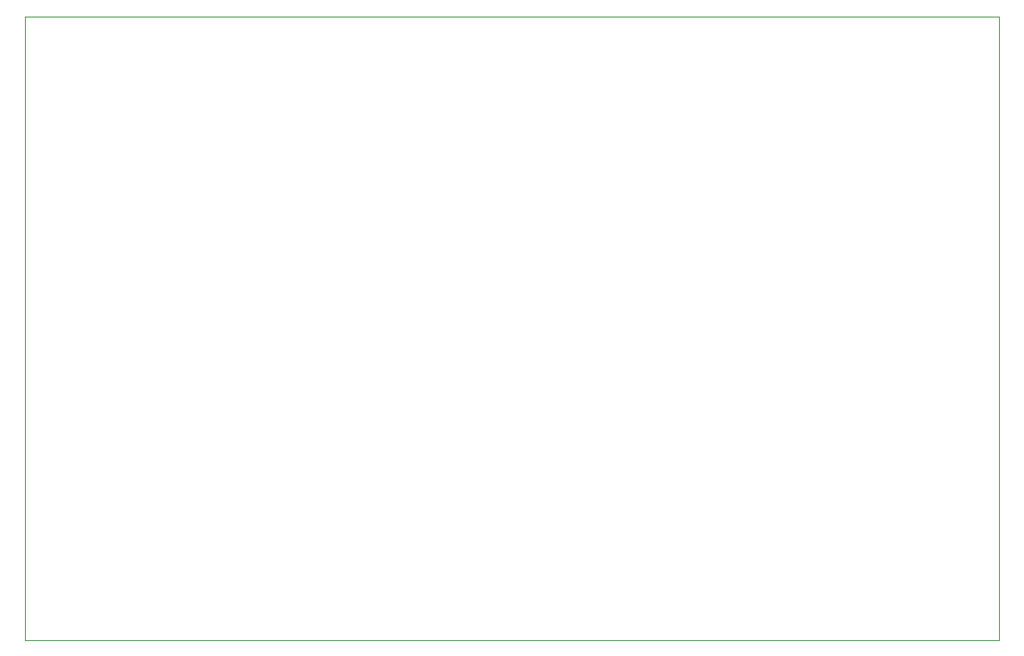
<source format=gm1>
G04 #@! TF.GenerationSoftware,KiCad,Pcbnew,5.99.0-unknown-43514a1~86~ubuntu18.04.1*
G04 #@! TF.CreationDate,2020-02-15T14:01:29+00:00*
G04 #@! TF.ProjectId,UI,55492e6b-6963-4616-945f-706362585858,rev?*
G04 #@! TF.SameCoordinates,Original*
G04 #@! TF.FileFunction,Profile,NP*
%FSLAX46Y46*%
G04 Gerber Fmt 4.6, Leading zero omitted, Abs format (unit mm)*
G04 Created by KiCad (PCBNEW 5.99.0-unknown-43514a1~86~ubuntu18.04.1) date 2020-02-15 14:01:29*
%MOMM*%
%LPD*%
G01*
G04 APERTURE LIST*
%ADD10C,0.100000*%
G04 APERTURE END LIST*
D10*
X101600000Y-114300000D02*
X101600000Y-50800000D01*
X200660000Y-114300000D02*
X101600000Y-114300000D01*
X200660000Y-50800000D02*
X200660000Y-114300000D01*
X101600000Y-50800000D02*
X200660000Y-50800000D01*
M02*

</source>
